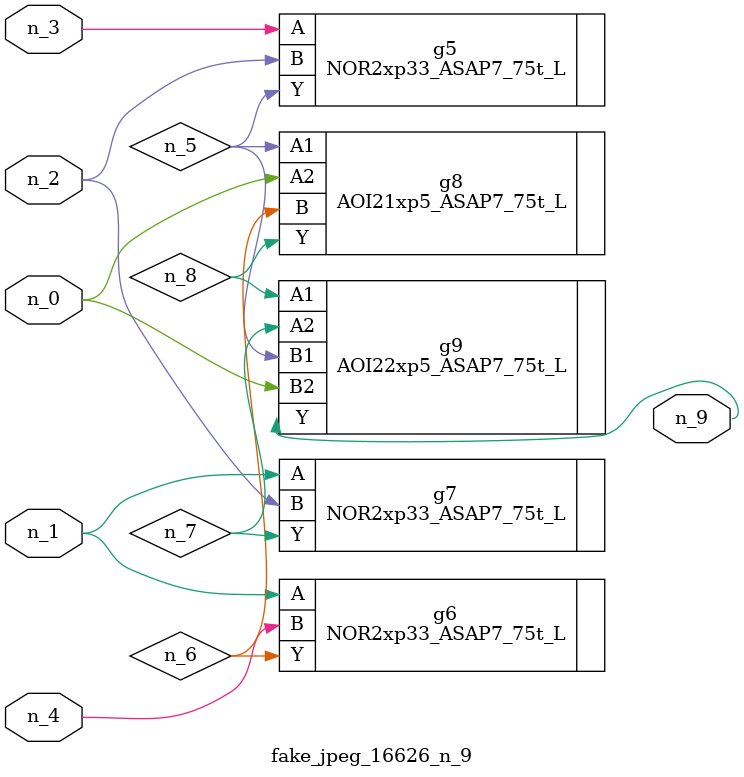
<source format=v>
module fake_jpeg_16626_n_9 (n_3, n_2, n_1, n_0, n_4, n_9);

input n_3;
input n_2;
input n_1;
input n_0;
input n_4;

output n_9;

wire n_8;
wire n_6;
wire n_5;
wire n_7;

NOR2xp33_ASAP7_75t_L g5 ( 
.A(n_3),
.B(n_2),
.Y(n_5)
);

NOR2xp33_ASAP7_75t_L g6 ( 
.A(n_1),
.B(n_4),
.Y(n_6)
);

NOR2xp33_ASAP7_75t_L g7 ( 
.A(n_1),
.B(n_2),
.Y(n_7)
);

AOI21xp5_ASAP7_75t_L g8 ( 
.A1(n_5),
.A2(n_0),
.B(n_6),
.Y(n_8)
);

AOI22xp5_ASAP7_75t_L g9 ( 
.A1(n_8),
.A2(n_7),
.B1(n_5),
.B2(n_0),
.Y(n_9)
);


endmodule
</source>
